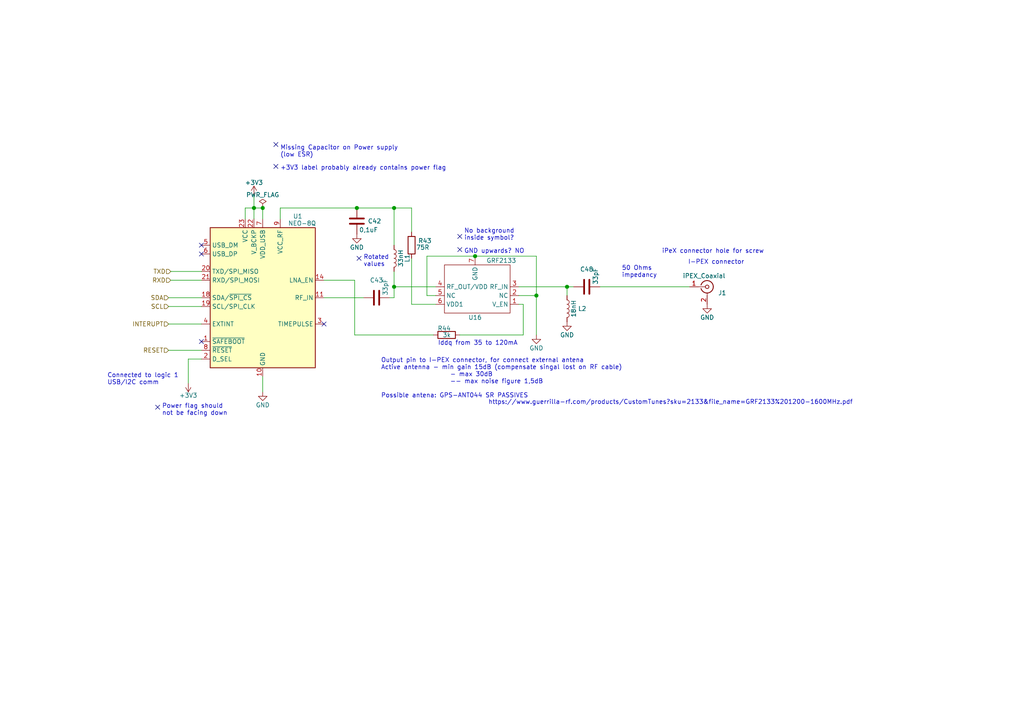
<source format=kicad_sch>
(kicad_sch (version 20210621) (generator eeschema)
  (paper "A4")
  (lib_symbols
    (symbol "Connector:Conn_Coaxial" (pin_names (offset 1.016) hide)
      (property "Reference" "J" (at 0.254 3.048 0))
      (property "Value" "Conn_Coaxial" (at 2.921 0 90))
      (symbol "Conn_Coaxial_0_1"
        (arc (start -1.778 0.508) (end 1.778 0) (radius (at -0.0508 0) (length 1.8034) (angles 163.6 0)) (stroke (width 0.254)))
        (arc (start 1.778 0) (end -1.778 -0.508) (radius (at -0.0254 0) (length 1.8034) (angles 0 -163.8)) (stroke (width 0.254)))
        (circle (center 0 0) (radius 0.508) (stroke (width 0.2032)))
        (polyline (pts (xy -2.54 0) (xy -0.508 0)))
        (polyline (pts (xy 0 -2.54) (xy 0 -1.778)))
      )
      (symbol "Conn_Coaxial_1_1"
        (pin passive line (at -5.08 0 0) (length 2.54) (name "In") (number "1"))
        (pin passive line (at 0 -5.08 90) (length 2.54) (name "Ext") (number "2"))
      )
    )
    (symbol "Device:C" (pin_numbers hide) (pin_names (offset 0.254))
      (property "Reference" "C" (at 0.635 2.54 0))
      (property "Value" "C" (at 0.635 -2.54 0))
      (symbol "C_0_1"
        (polyline (pts (xy -2.032 -0.762) (xy 2.032 -0.762)) (stroke (width 0.508)))
        (polyline (pts (xy -2.032 0.762) (xy 2.032 0.762)) (stroke (width 0.508)))
      )
      (symbol "C_1_1"
        (pin passive line (at 0 3.81 270) (length 2.794) (name "~") (number "1"))
        (pin passive line (at 0 -3.81 90) (length 2.794) (name "~") (number "2"))
      )
    )
    (symbol "Device:L" (pin_numbers hide) (pin_names (offset 1.016) hide)
      (property "Reference" "L" (at -1.27 0 90))
      (property "Value" "L" (at 1.905 0 90))
      (symbol "L_0_1"
        (arc (start 0 -2.54) (end 0 -1.27) (radius (at 0 -1.905) (length 0.635) (angles -89.9 89.9)))
        (arc (start 0 -1.27) (end 0 0) (radius (at 0 -0.635) (length 0.635) (angles -89.9 89.9)))
        (arc (start 0 0) (end 0 1.27) (radius (at 0 0.635) (length 0.635) (angles -89.9 89.9)))
        (arc (start 0 1.27) (end 0 2.54) (radius (at 0 1.905) (length 0.635) (angles -89.9 89.9)))
      )
      (symbol "L_1_1"
        (pin passive line (at 0 3.81 270) (length 1.27) (name "1") (number "1"))
        (pin passive line (at 0 -3.81 90) (length 1.27) (name "2") (number "2"))
      )
    )
    (symbol "Device:R" (pin_numbers hide) (pin_names (offset 0))
      (property "Reference" "R" (at 2.032 0 90))
      (property "Value" "R" (at 0 0 90))
      (symbol "R_0_1"
        (rectangle (start -1.016 -2.54) (end 1.016 2.54) (stroke (width 0.254)))
      )
      (symbol "R_1_1"
        (pin passive line (at 0 3.81 270) (length 1.27) (name "~") (number "1"))
        (pin passive line (at 0 -3.81 90) (length 1.27) (name "~") (number "2"))
      )
    )
    (symbol "RF_GPS:NEO-8Q"
      (property "Reference" "U" (at -13.97 21.59 0))
      (property "Value" "NEO-8Q" (at 11.43 21.59 0))
      (symbol "NEO-8Q_0_1"
        (rectangle (start -15.24 20.32) (end 15.24 -20.32) (stroke (width 0.254)) (fill (type background)))
      )
      (symbol "NEO-8Q_1_1"
        (pin input line (at -17.78 -12.7 0) (length 2.54) (name "~{SAFEBOOT}") (number "1"))
        (pin power_in line (at 0 -22.86 90) (length 2.54) (name "GND") (number "10"))
        (pin input line (at 17.78 0 180) (length 2.54) (name "RF_IN") (number "11"))
        (pin passive line (at 0 -22.86 90) (length 2.54) hide (name "GND") (number "12"))
        (pin passive line (at 0 -22.86 90) (length 2.54) hide (name "GND") (number "13"))
        (pin output line (at 17.78 5.08 180) (length 2.54) (name "LNA_EN") (number "14"))
        (pin no_connect line (at 15.24 -10.16 180) (length 2.54) hide (name "RESERVED") (number "15"))
        (pin no_connect line (at 15.24 -12.7 180) (length 2.54) hide (name "RESERVED") (number "16"))
        (pin no_connect line (at 15.24 -15.24 180) (length 2.54) hide (name "RESERVED") (number "17"))
        (pin bidirectional line (at -17.78 0 0) (length 2.54) (name "SDA/~{SPI_CS}") (number "18"))
        (pin input line (at -17.78 -2.54 0) (length 2.54) (name "SCL/SPI_CLK") (number "19"))
        (pin input line (at -17.78 -17.78 0) (length 2.54) (name "D_SEL") (number "2"))
        (pin output line (at -17.78 7.62 0) (length 2.54) (name "TXD/SPI_MISO") (number "20"))
        (pin input line (at -17.78 5.08 0) (length 2.54) (name "RXD/SPI_MOSI") (number "21"))
        (pin power_in line (at -2.54 22.86 270) (length 2.54) (name "V_BCKP") (number "22"))
        (pin power_in line (at -5.08 22.86 270) (length 2.54) (name "VCC") (number "23"))
        (pin passive line (at 0 -22.86 90) (length 2.54) hide (name "GND") (number "24"))
        (pin output line (at 17.78 -7.62 180) (length 2.54) (name "TIMEPULSE") (number "3"))
        (pin input line (at -17.78 -7.62 0) (length 2.54) (name "EXTINT") (number "4"))
        (pin bidirectional line (at -17.78 15.24 0) (length 2.54) (name "USB_DM") (number "5"))
        (pin bidirectional line (at -17.78 12.7 0) (length 2.54) (name "USB_DP") (number "6"))
        (pin power_in line (at 0 22.86 270) (length 2.54) (name "VDD_USB") (number "7"))
        (pin input line (at -17.78 -15.24 0) (length 2.54) (name "~{RESET}") (number "8"))
        (pin power_out line (at 5.08 22.86 270) (length 2.54) (name "VCC_RF") (number "9"))
      )
    )
    (symbol "comm:GRF2133"
      (property "Reference" "U" (at 0 6.35 0))
      (property "Value" "GRF2133" (at 0 3.81 0))
      (symbol "GRF2133_0_1"
        (rectangle (start -10.16 2.54) (end 8.89 -11.43) (stroke (width 0.1524)))
      )
      (symbol "GRF2133_1_1"
        (pin input line (at -12.7 0 0) (length 2.54) (name "V_EN") (number "1"))
        (pin input line (at -12.7 -2.54 0) (length 2.54) (name "NC") (number "2"))
        (pin input line (at -12.7 -5.08 0) (length 2.54) (name "RF_IN") (number "3"))
        (pin input line (at 11.43 -5.08 180) (length 2.54) (name "RF_OUT/VDD") (number "4"))
        (pin input line (at 11.43 -2.54 180) (length 2.54) (name "NC") (number "5"))
        (pin input line (at 11.43 0 180) (length 2.54) (name "VDD1") (number "6"))
        (pin input line (at 0 -13.97 90) (length 2.54) (name "GND") (number "7"))
      )
    )
    (symbol "power:+3V3" (power) (pin_names (offset 0))
      (property "Value" "+3V3" (at 0 3.556 0))
      (symbol "+3V3_0_1"
        (polyline (pts (xy -0.762 1.27) (xy 0 2.54)))
        (polyline (pts (xy 0 0) (xy 0 2.54)))
        (polyline (pts (xy 0 2.54) (xy 0.762 1.27)))
      )
      (symbol "+3V3_1_1"
        (pin power_in line (at 0 0 90) (length 0) hide (name "+3V3") (number "1"))
      )
    )
    (symbol "power:GND" (power) (pin_names (offset 0))
      (property "Value" "GND" (at 0 -3.81 0))
      (symbol "GND_0_1"
        (polyline (pts (xy 0 0) (xy 0 -1.27) (xy 1.27 -1.27) (xy 0 -2.54) (xy -1.27 -1.27) (xy 0 -1.27)))
      )
      (symbol "GND_1_1"
        (pin power_in line (at 0 0 270) (length 0) hide (name "GND") (number "1"))
      )
    )
    (symbol "power:PWR_FLAG" (power) (pin_numbers hide) (pin_names (offset 0) hide)
      (property "Value" "PWR_FLAG" (at 0 3.81 0))
      (symbol "PWR_FLAG_0_0"
        (pin power_out line (at 0 0 90) (length 0) (name "pwr") (number "1"))
      )
      (symbol "PWR_FLAG_0_1"
        (polyline (pts (xy 0 0) (xy 0 1.27) (xy -1.016 1.905) (xy 0 2.54) (xy 1.016 1.905) (xy 0 1.27)))
      )
    )
  )
  (junction (at 73.66 60.325) (diameter 1.016))
  (junction (at 76.2 60.325) (diameter 1.016))
  (junction (at 103.505 60.325) (diameter 1.016))
  (junction (at 114.3 60.325) (diameter 1.016))
  (junction (at 114.3 83.185) (diameter 1.016))
  (junction (at 137.795 74.295) (diameter 1.016))
  (junction (at 155.575 85.725) (diameter 1.016))
  (junction (at 164.465 83.185) (diameter 1.016))
  (no_connect (at 45.72 118.11))
  (no_connect (at 58.42 71.12))
  (no_connect (at 58.42 73.66))
  (no_connect (at 58.42 99.06))
  (no_connect (at 80.01 41.91))
  (no_connect (at 80.01 48.26))
  (no_connect (at 93.98 93.98))
  (no_connect (at 104.14 74.93))
  (no_connect (at 133.35 68.58))
  (no_connect (at 133.35 72.39))
  (wire (pts (xy 48.895 86.36) (xy 58.42 86.36)))
  (wire (pts (xy 48.895 88.9) (xy 58.42 88.9)))
  (wire (pts (xy 48.895 93.98) (xy 58.42 93.98)))
  (wire (pts (xy 48.895 101.6) (xy 58.42 101.6)))
  (wire (pts (xy 49.53 78.74) (xy 58.42 78.74)))
  (wire (pts (xy 49.53 81.28) (xy 58.42 81.28)))
  (wire (pts (xy 54.61 104.14) (xy 54.61 111.125)))
  (wire (pts (xy 58.42 104.14) (xy 54.61 104.14)))
  (wire (pts (xy 71.12 60.325) (xy 73.66 60.325)))
  (wire (pts (xy 71.12 63.5) (xy 71.12 60.325)))
  (wire (pts (xy 73.66 56.515) (xy 73.66 60.325)))
  (wire (pts (xy 73.66 60.325) (xy 73.66 63.5)))
  (wire (pts (xy 76.2 60.325) (xy 73.66 60.325)))
  (wire (pts (xy 76.2 63.5) (xy 76.2 60.325)))
  (wire (pts (xy 76.2 109.22) (xy 76.2 113.665)))
  (wire (pts (xy 81.28 60.325) (xy 103.505 60.325)))
  (wire (pts (xy 81.28 63.5) (xy 81.28 60.325)))
  (wire (pts (xy 93.98 81.28) (xy 102.87 81.28)))
  (wire (pts (xy 93.98 86.36) (xy 105.41 86.36)))
  (wire (pts (xy 102.87 81.28) (xy 102.87 97.155)))
  (wire (pts (xy 102.87 97.155) (xy 125.73 97.155)))
  (wire (pts (xy 103.505 60.325) (xy 114.3 60.325)))
  (wire (pts (xy 113.03 86.36) (xy 114.3 86.36)))
  (wire (pts (xy 114.3 60.325) (xy 114.3 71.12)))
  (wire (pts (xy 114.3 60.325) (xy 119.38 60.325)))
  (wire (pts (xy 114.3 78.74) (xy 114.3 83.185)))
  (wire (pts (xy 114.3 83.185) (xy 126.365 83.185)))
  (wire (pts (xy 114.3 86.36) (xy 114.3 83.185)))
  (wire (pts (xy 119.38 67.31) (xy 119.38 60.325)))
  (wire (pts (xy 119.38 74.93) (xy 119.38 88.265)))
  (wire (pts (xy 119.38 88.265) (xy 126.365 88.265)))
  (wire (pts (xy 123.825 74.295) (xy 137.795 74.295)))
  (wire (pts (xy 123.825 85.725) (xy 123.825 74.295)))
  (wire (pts (xy 126.365 85.725) (xy 123.825 85.725)))
  (wire (pts (xy 133.35 97.155) (xy 151.765 97.155)))
  (wire (pts (xy 150.495 83.185) (xy 164.465 83.185)))
  (wire (pts (xy 150.495 85.725) (xy 155.575 85.725)))
  (wire (pts (xy 150.495 88.265) (xy 151.765 88.265)))
  (wire (pts (xy 151.765 88.265) (xy 151.765 97.155)))
  (wire (pts (xy 155.575 74.295) (xy 137.795 74.295)))
  (wire (pts (xy 155.575 85.725) (xy 155.575 74.295)))
  (wire (pts (xy 155.575 85.725) (xy 155.575 97.155)))
  (wire (pts (xy 164.465 83.185) (xy 164.465 85.725)))
  (wire (pts (xy 164.465 83.185) (xy 166.37 83.185)))
  (wire (pts (xy 173.99 83.185) (xy 200.025 83.185)))
  (text "Connected to logic 1 \nUSB/I2C comm\n" (at 31.115 111.76 0) (effects (font (size 1.27 1.27)) (justify left bottom)))
  (text "Power flag should\nnot be facing down" (at 46.99 120.65 0) (effects (font (size 1.27 1.27)) (justify left bottom)))
  (text "Missing Capacitor on Power supply\n(low ESR)" (at 81.28 45.72 0) (effects (font (size 1.27 1.27)) (justify left bottom)))
  (text "+3V3 label probably already contains power flag" (at 81.28 49.53 0) (effects (font (size 1.27 1.27)) (justify left bottom)))
  (text "Rotated\nvalues" (at 105.41 77.47 0) (effects (font (size 1.27 1.27)) (justify left bottom)))
  (text "Output pin to I-PEX connector, for connect external antena\nActive antenna - min gain 15dB (compensate singal lost on RF cable)\n				- max 30dB\n				-- max noise figure 1,5dB\n\nPossible antena: GPS-ANT044 SR PASSIVES\n" (at 110.49 115.57 0) (effects (font (size 1.27 1.27)) (justify left bottom)))
  (text "Iddq from 35 to 120mA" (at 127 100.33 0) (effects (font (size 1.27 1.27)) (justify left bottom)))
  (text "No background\ninside symbol?" (at 134.62 69.85 0) (effects (font (size 1.27 1.27)) (justify left bottom)))
  (text "GND upwards? NO" (at 134.62 73.66 0) (effects (font (size 1.27 1.27)) (justify left bottom)))
  (text "https://www.guerrilla-rf.com/products/CustomTunes?sku=2133&file_name=GRF2133%201200-1600MHz.pdf" (at 141.605 117.475 0) (effects (font (size 1.27 1.27)) (justify left bottom)))
  (text "50 Ohms\nimpedancy\n" (at 180.34 80.645 0) (effects (font (size 1.27 1.27)) (justify left bottom)))
  (text "I-PEX connector\n" (at 215.9 76.835 180) (effects (font (size 1.27 1.27)) (justify right bottom)))
  (text "iPeX connector hole for screw\n" (at 221.615 73.66 180) (effects (font (size 1.27 1.27)) (justify right bottom)))
  (hierarchical_label "SDA" (shape input) (at 48.895 86.36 180))
  (hierarchical_label "SCL" (shape input) (at 48.895 88.9 180))
  (hierarchical_label "INTERUPT" (shape input) (at 48.895 93.98 180))
  (hierarchical_label "RESET" (shape input) (at 48.895 101.6 180))
  (hierarchical_label "TXD" (shape input) (at 49.53 78.74 180))
  (hierarchical_label "RXD" (shape input) (at 49.53 81.28 180))
  (symbol (lib_id "power:+3V3") (at 54.61 111.125 180) (unit 1)
    (property "Reference" "#PWR0136" (effects hide))
    (property "Value" "+3V3" (at 54.61 114.681 0))
  )
  (symbol (lib_id "power:+3V3") (at 73.66 56.515 0) (unit 1)
    (property "Reference" "#PWR0152" (effects hide))
    (property "Value" "+3V3" (at 73.66 52.959 0))
  )
  (symbol (lib_id "power:PWR_FLAG") (at 76.2 60.325 0) (unit 1)
    (property "Reference" "#FLG0111" (effects hide))
    (property "Value" "PWR_FLAG" (at 76.2 56.515 0))
  )
  (symbol (lib_id "power:GND") (at 76.2 113.665 0) (unit 1)
    (property "Reference" "#PWR0108" (effects hide))
    (property "Value" "GND" (at 76.2 117.475 0))
  )
  (symbol (lib_id "power:GND") (at 103.505 67.945 0) (unit 1)
    (property "Reference" "#PWR0151" (effects hide))
    (property "Value" "GND" (at 103.505 71.755 0))
  )
  (symbol (lib_id "power:GND") (at 155.575 97.155 0) (unit 1)
    (property "Reference" "#PWR0149" (effects hide))
    (property "Value" "GND" (at 155.575 100.965 0))
  )
  (symbol (lib_id "power:GND") (at 164.465 93.345 0) (unit 1)
    (property "Reference" "#PWR0150" (effects hide))
    (property "Value" "GND" (at 164.465 97.155 0))
  )
  (symbol (lib_id "power:GND") (at 205.105 88.265 0) (unit 1)
    (property "Reference" "#PWR0105" (effects hide))
    (property "Value" "GND" (at 205.105 92.075 0))
  )
  (symbol (lib_id "Device:L") (at 114.3 74.93 0) (unit 1)
    (property "Reference" "L1" (at 118.11 74.93 90))
    (property "Value" "33nH" (at 116.205 74.93 90))
    (property "Footprint" "Inductor_SMD:L_0603_1608Metric" (effects hide))
  )
  (symbol (lib_id "Device:L") (at 164.465 89.535 0) (unit 1)
    (property "Reference" "L2" (at 167.64 89.5349 0) (effects (justify left)))
    (property "Value" "18nH" (at 166.37 89.535 90))
    (property "Footprint" "Inductor_SMD:L_0603_1608Metric" (effects hide))
  )
  (symbol (lib_id "Device:R") (at 119.38 71.12 0) (unit 1)
    (property "Reference" "R43" (at 121.285 69.8499 0) (effects (justify left)))
    (property "Value" "75R" (at 120.65 71.7549 0) (effects (justify left)))
    (property "Footprint" "Resistor_SMD:R_0603_1608Metric" (effects hide))
  )
  (symbol (lib_id "Device:R") (at 129.54 97.155 90) (unit 1)
    (property "Reference" "R44" (at 130.8099 95.25 90) (effects (justify left)))
    (property "Value" "3k" (at 130.8099 97.155 90) (effects (justify left)))
    (property "Footprint" "Resistor_SMD:R_0603_1608Metric" (effects hide))
  )
  (symbol (lib_id "Device:C") (at 103.505 64.135 0) (unit 1)
    (property "Reference" "C42" (at 106.68 64.1349 0) (effects (justify left)))
    (property "Value" "0,1uF" (at 104.14 66.675 0) (effects (justify left)))
    (property "Footprint" "Capacitor_SMD:C_0603_1608Metric" (effects hide))
  )
  (symbol (lib_id "Device:C") (at 109.22 86.36 90) (unit 1)
    (property "Reference" "C43" (at 109.22 81.28 90))
    (property "Value" "33pF" (at 111.76 85.725 0) (effects (justify left)))
    (property "Footprint" "Capacitor_SMD:C_0603_1608Metric" (effects hide))
  )
  (symbol (lib_id "Device:C") (at 170.18 83.185 90) (unit 1)
    (property "Reference" "C48" (at 170.18 78.105 90))
    (property "Value" "33pF" (at 172.72 82.55 0) (effects (justify left)))
    (property "Footprint" "Capacitor_SMD:C_0603_1608Metric" (effects hide))
  )
  (symbol (lib_id "Connector:Conn_Coaxial") (at 205.105 83.185 0) (unit 1)
    (property "Reference" "J1" (at 208.28 84.9504 0) (effects (justify left)))
    (property "Value" "iPEX_Coaxial" (at 204.216 80.01 0))
    (property "Datasheet" " ~" (effects hide))
  )
  (symbol (lib_id "comm:GRF2133") (at 137.795 88.265 180) (unit 1)
    (property "Reference" "U16" (at 137.795 92.075 0))
    (property "Value" "GRF2133" (at 145.415 75.565 0))
    (property "Footprint" "Package_DFN_QFN:DFN-6-1EP_2x2mm_P0.5mm_EP0.6x1.37mm" (effects hide))
  )
  (symbol (lib_id "RF_GPS:NEO-8Q") (at 76.2 86.36 0) (unit 1)
    (property "Reference" "U1" (at 86.36 62.7286 0))
    (property "Value" "NEO-8Q" (at 87.63 64.77 0))
    (property "Footprint" "RF_GPS:ublox_NEO" (effects hide))
    (property "Datasheet" "https://www.u-blox.com/sites/default/files/NEO-8Q_DataSheet_%28UBX-15031913%29.pdf" (effects hide))
  )
)
</source>
